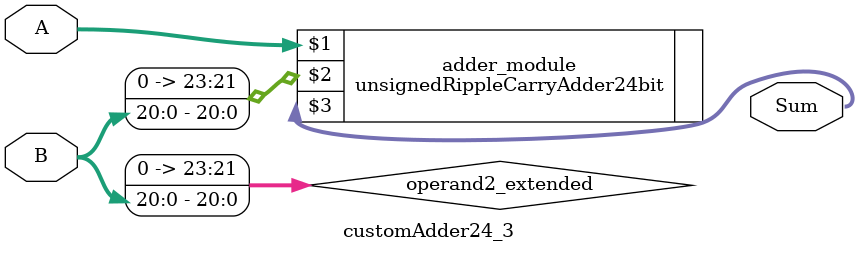
<source format=v>

module customAdder24_3(
                    input [23 : 0] A,
                    input [20 : 0] B,
                    
                    output [24 : 0] Sum
            );

    wire [23 : 0] operand2_extended;
    
    assign operand2_extended =  {3'b0, B};
    
    unsignedRippleCarryAdder24bit adder_module(
        A,
        operand2_extended,
        Sum
    );
    
endmodule
        
</source>
